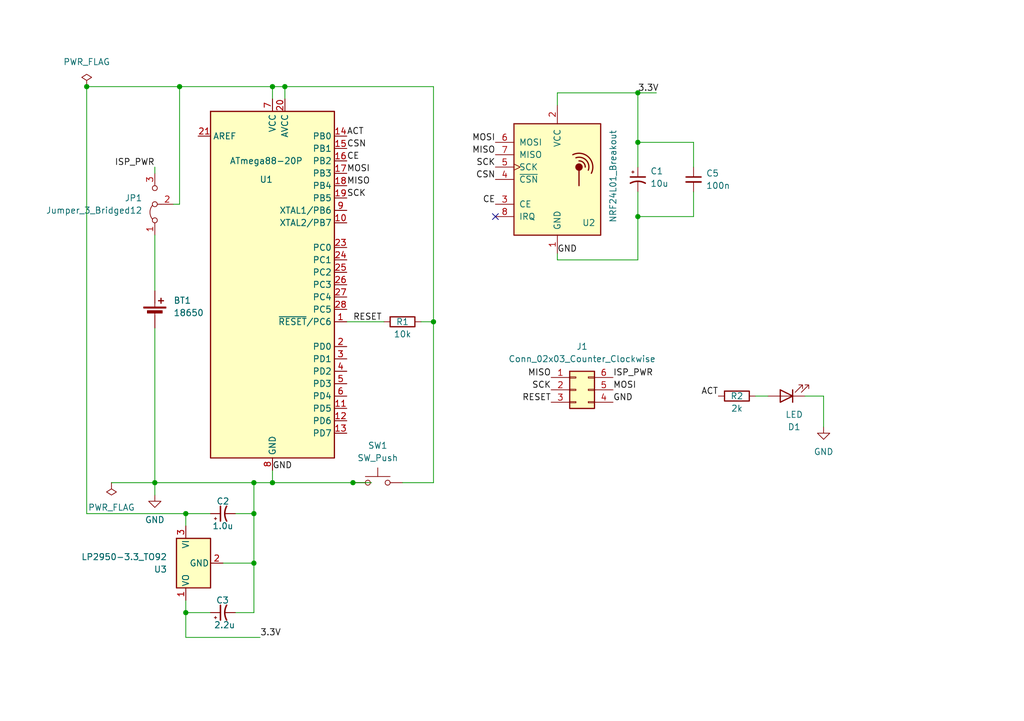
<source format=kicad_sch>
(kicad_sch (version 20230121) (generator eeschema)
  (paper "A5")
  (lib_symbols
    (symbol "Connector_Generic:Conn_02x03_Counter_Clockwise" (pin_names (offset 1.016) hide)
      (property "Reference" "J" (at 1.27 5.08 0))
      (property "Value" "Conn_02x03_Counter_Clockwise" (at 1.27 -5.08 0))
      (symbol "Conn_02x03_Counter_Clockwise_1_1"
        (rectangle (start -1.27 -2.413) (end 0 -2.667) (stroke (width 0.1524)))
        (rectangle (start -1.27 0.127) (end 0 -0.127) (stroke (width 0.1524)))
        (rectangle (start -1.27 2.667) (end 0 2.413) (stroke (width 0.1524)))
        (rectangle (start -1.27 3.81) (end 3.81 -3.81) (stroke (width 0.254)) (fill (type background)))
        (rectangle (start 3.81 -2.413) (end 2.54 -2.667) (stroke (width 0.1524)))
        (rectangle (start 3.81 0.127) (end 2.54 -0.127) (stroke (width 0.1524)))
        (rectangle (start 3.81 2.667) (end 2.54 2.413) (stroke (width 0.1524)))
        (pin passive line (at -5.08 2.54 0) (length 3.81) (name "Pin_1") (number "1"))
        (pin passive line (at -5.08 0 0) (length 3.81) (name "Pin_2") (number "2"))
        (pin passive line (at -5.08 -2.54 0) (length 3.81) (name "Pin_3") (number "3"))
        (pin passive line (at 7.62 -2.54 180) (length 3.81) (name "Pin_4") (number "4"))
        (pin passive line (at 7.62 0 180) (length 3.81) (name "Pin_5") (number "5"))
        (pin passive line (at 7.62 2.54 180) (length 3.81) (name "Pin_6") (number "6"))
      )
    )
    (symbol "Device:Battery_Cell" (pin_numbers hide) (pin_names (offset 0) hide)
      (property "Reference" "BT" (at 2.54 2.54 0))
      (property "Value" "Battery_Cell" (at 2.54 0 0))
      (symbol "Battery_Cell_0_1"
        (rectangle (start -2.286 1.778) (end 2.286 1.524) (fill (type outline)))
        (rectangle (start -1.524 1.016) (end 1.524 0.508) (fill (type outline)))
        (polyline (pts (xy 0 0.762) (xy 0 0)))
        (polyline (pts (xy 0 1.778) (xy 0 2.54)))
        (polyline (pts (xy 0.762 3.048) (xy 1.778 3.048)) (stroke (width 0.254)))
        (polyline (pts (xy 1.27 3.556) (xy 1.27 2.54)) (stroke (width 0.254)))
      )
      (symbol "Battery_Cell_1_1"
        (pin passive line (at 0 5.08 270) (length 2.54) (name "+") (number "1"))
        (pin passive line (at 0 -2.54 90) (length 2.54) (name "-") (number "2"))
      )
    )
    (symbol "Device:C_Polarized_Small_US" (pin_numbers hide) (pin_names (offset 0.254) hide)
      (property "Reference" "C" (at 0.254 1.778 0))
      (property "Value" "C_Polarized_Small_US" (at 0.254 -2.032 0))
      (symbol "C_Polarized_Small_US_0_1"
        (polyline (pts (xy -1.524 0.508) (xy 1.524 0.508)) (stroke (width 0.3048)))
        (polyline (pts (xy -1.27 1.524) (xy -0.762 1.524)))
        (polyline (pts (xy -1.016 1.27) (xy -1.016 1.778)))
        (arc (start 1.524 -0.762) (mid 0 -0.3734) (end -1.524 -0.762) (stroke (width 0.3048)))
      )
      (symbol "C_Polarized_Small_US_1_1"
        (pin passive line (at 0 2.54 270) (length 2.032) (name "~") (number "1"))
        (pin passive line (at 0 -2.54 90) (length 2.032) (name "~") (number "2"))
      )
    )
    (symbol "Device:C_Small" (pin_numbers hide) (pin_names (offset 0.254) hide)
      (property "Reference" "C" (at 0.254 1.778 0))
      (property "Value" "C_Small" (at 0.254 -2.032 0))
      (symbol "C_Small_0_1"
        (polyline (pts (xy -1.524 -0.508) (xy 1.524 -0.508)) (stroke (width 0.3302)))
        (polyline (pts (xy -1.524 0.508) (xy 1.524 0.508)) (stroke (width 0.3048)))
      )
      (symbol "C_Small_1_1"
        (pin passive line (at 0 2.54 270) (length 2.032) (name "~") (number "1"))
        (pin passive line (at 0 -2.54 90) (length 2.032) (name "~") (number "2"))
      )
    )
    (symbol "Device:LED" (pin_numbers hide) (pin_names (offset 1.016) hide)
      (property "Reference" "D" (at 0 2.54 0))
      (property "Value" "LED" (at 0 -2.54 0))
      (symbol "LED_0_1"
        (polyline (pts (xy -1.27 -1.27) (xy -1.27 1.27)) (stroke (width 0.254)))
        (polyline (pts (xy -1.27 0) (xy 1.27 0)))
        (polyline (pts (xy 1.27 -1.27) (xy 1.27 1.27) (xy -1.27 0) (xy 1.27 -1.27)) (stroke (width 0.254)))
        (polyline (pts (xy -3.048 -0.762) (xy -4.572 -2.286) (xy -3.81 -2.286) (xy -4.572 -2.286) (xy -4.572 -1.524)))
        (polyline (pts (xy -1.778 -0.762) (xy -3.302 -2.286) (xy -2.54 -2.286) (xy -3.302 -2.286) (xy -3.302 -1.524)))
      )
      (symbol "LED_1_1"
        (pin passive line (at -3.81 0 0) (length 2.54) (name "K") (number "1"))
        (pin passive line (at 3.81 0 180) (length 2.54) (name "A") (number "2"))
      )
    )
    (symbol "Device:R" (pin_numbers hide) (pin_names (offset 0))
      (property "Reference" "R" (at 2.032 0 90))
      (property "Value" "R" (at 0 0 90))
      (symbol "R_0_1"
        (rectangle (start -1.016 -2.54) (end 1.016 2.54) (stroke (width 0.254)))
      )
      (symbol "R_1_1"
        (pin passive line (at 0 3.81 270) (length 1.27) (name "~") (number "1"))
        (pin passive line (at 0 -3.81 90) (length 1.27) (name "~") (number "2"))
      )
    )
    (symbol "Jumper:Jumper_3_Bridged12" (pin_names (offset 0) hide)
      (property "Reference" "JP" (at -2.54 -2.54 0))
      (property "Value" "Jumper_3_Bridged12" (at 0 2.794 0))
      (symbol "Jumper_3_Bridged12_0_0"
        (circle (center -3.302 0) (radius 0.508))
        (circle (center 0 0) (radius 0.508))
        (circle (center 3.302 0) (radius 0.508))
      )
      (symbol "Jumper_3_Bridged12_0_1"
        (arc (start -0.254 0.508) (mid -1.651 0.9912) (end -3.048 0.508))
        (polyline (pts (xy 0 -1.27) (xy 0 -0.508)))
      )
      (symbol "Jumper_3_Bridged12_1_1"
        (pin passive line (at -6.35 0 0) (length 2.54) (name "A") (number "1"))
        (pin passive line (at 0 -3.81 90) (length 2.54) (name "C") (number "2"))
        (pin passive line (at 6.35 0 180) (length 2.54) (name "B") (number "3"))
      )
    )
    (symbol "MCU_Microchip_ATmega:ATmega88-20P"
      (property "Reference" "U" (at -12.7 36.83 0))
      (property "Value" "ATmega88-20P" (at 2.54 -36.83 0))
      (symbol "ATmega88-20P_0_1"
        (rectangle (start -12.7 -35.56) (end 12.7 35.56) (stroke (width 0.254)) (fill (type background)))
      )
      (symbol "ATmega88-20P_1_1"
        (pin bidirectional line (at 15.24 -7.62 180) (length 2.54) (name "~{RESET}/PC6") (number "1"))
        (pin bidirectional line (at 15.24 12.7 180) (length 2.54) (name "XTAL2/PB7") (number "10"))
        (pin bidirectional line (at 15.24 -25.4 180) (length 2.54) (name "PD5") (number "11"))
        (pin bidirectional line (at 15.24 -27.94 180) (length 2.54) (name "PD6") (number "12"))
        (pin bidirectional line (at 15.24 -30.48 180) (length 2.54) (name "PD7") (number "13"))
        (pin bidirectional line (at 15.24 30.48 180) (length 2.54) (name "PB0") (number "14"))
        (pin bidirectional line (at 15.24 27.94 180) (length 2.54) (name "PB1") (number "15"))
        (pin bidirectional line (at 15.24 25.4 180) (length 2.54) (name "PB2") (number "16"))
        (pin bidirectional line (at 15.24 22.86 180) (length 2.54) (name "PB3") (number "17"))
        (pin bidirectional line (at 15.24 20.32 180) (length 2.54) (name "PB4") (number "18"))
        (pin bidirectional line (at 15.24 17.78 180) (length 2.54) (name "PB5") (number "19"))
        (pin bidirectional line (at 15.24 -12.7 180) (length 2.54) (name "PD0") (number "2"))
        (pin power_in line (at 2.54 38.1 270) (length 2.54) (name "AVCC") (number "20"))
        (pin passive line (at -15.24 30.48 0) (length 2.54) (name "AREF") (number "21"))
        (pin passive line (at 0 -38.1 90) (length 2.54) hide (name "GND") (number "22"))
        (pin bidirectional line (at 15.24 7.62 180) (length 2.54) (name "PC0") (number "23"))
        (pin bidirectional line (at 15.24 5.08 180) (length 2.54) (name "PC1") (number "24"))
        (pin bidirectional line (at 15.24 2.54 180) (length 2.54) (name "PC2") (number "25"))
        (pin bidirectional line (at 15.24 0 180) (length 2.54) (name "PC3") (number "26"))
        (pin bidirectional line (at 15.24 -2.54 180) (length 2.54) (name "PC4") (number "27"))
        (pin bidirectional line (at 15.24 -5.08 180) (length 2.54) (name "PC5") (number "28"))
        (pin bidirectional line (at 15.24 -15.24 180) (length 2.54) (name "PD1") (number "3"))
        (pin bidirectional line (at 15.24 -17.78 180) (length 2.54) (name "PD2") (number "4"))
        (pin bidirectional line (at 15.24 -20.32 180) (length 2.54) (name "PD3") (number "5"))
        (pin bidirectional line (at 15.24 -22.86 180) (length 2.54) (name "PD4") (number "6"))
        (pin power_in line (at 0 38.1 270) (length 2.54) (name "VCC") (number "7"))
        (pin power_in line (at 0 -38.1 90) (length 2.54) (name "GND") (number "8"))
        (pin bidirectional line (at 15.24 15.24 180) (length 2.54) (name "XTAL1/PB6") (number "9"))
      )
    )
    (symbol "RF:NRF24L01_Breakout" (pin_names (offset 1.016))
      (property "Reference" "U" (at -8.89 12.7 0))
      (property "Value" "NRF24L01_Breakout" (at 3.81 12.7 0))
      (symbol "NRF24L01_Breakout_0_1"
        (rectangle (start -8.89 11.43) (end 8.89 -11.43) (stroke (width 0.254)) (fill (type background)))
        (polyline (pts (xy 4.445 1.905) (xy 4.445 -1.27)) (stroke (width 0.254)))
        (circle (center 4.445 2.54) (radius 0.635) (stroke (width 0.254)) (fill (type outline)))
        (arc (start 5.715 2.54) (mid 5.3521 3.4546) (end 4.445 3.81) (stroke (width 0.254)))
        (arc (start 6.35 1.905) (mid 5.8763 3.9854) (end 3.81 4.445) (stroke (width 0.254)))
        (arc (start 6.985 1.27) (mid 6.453 4.548) (end 3.175 5.08) (stroke (width 0.254)))
      )
      (symbol "NRF24L01_Breakout_1_1"
        (pin power_in line (at 0 -15.24 90) (length 3.81) (name "GND") (number "1"))
        (pin power_in line (at 0 15.24 270) (length 3.81) (name "VCC") (number "2"))
        (pin input line (at -12.7 -5.08 0) (length 3.81) (name "CE") (number "3"))
        (pin input line (at -12.7 0 0) (length 3.81) (name "~{CSN}") (number "4"))
        (pin input clock (at -12.7 2.54 0) (length 3.81) (name "SCK") (number "5"))
        (pin input line (at -12.7 7.62 0) (length 3.81) (name "MOSI") (number "6"))
        (pin output line (at -12.7 5.08 0) (length 3.81) (name "MISO") (number "7"))
        (pin output line (at -12.7 -7.62 0) (length 3.81) (name "IRQ") (number "8"))
      )
    )
    (symbol "Regulator_Linear:LP2950-3.3_TO92" (pin_names (offset 0.254))
      (property "Reference" "U" (at -3.81 3.175 0))
      (property "Value" "LP2950-3.3_TO92" (at 0 3.175 0))
      (symbol "LP2950-3.3_TO92_0_1"
        (rectangle (start -5.08 -5.08) (end 5.08 1.905) (stroke (width 0.254)) (fill (type background)))
      )
      (symbol "LP2950-3.3_TO92_1_1"
        (pin power_out line (at 7.62 0 180) (length 2.54) (name "VO") (number "1"))
        (pin power_in line (at 0 -7.62 90) (length 2.54) (name "GND") (number "2"))
        (pin power_in line (at -7.62 0 0) (length 2.54) (name "VI") (number "3"))
      )
    )
    (symbol "Switch:SW_Push" (pin_numbers hide) (pin_names (offset 1.016) hide)
      (property "Reference" "SW" (at 1.27 2.54 0))
      (property "Value" "SW_Push" (at 0 -1.524 0))
      (symbol "SW_Push_0_1"
        (circle (center -2.032 0) (radius 0.508))
        (polyline (pts (xy 0 1.27) (xy 0 3.048)))
        (polyline (pts (xy 2.54 1.27) (xy -2.54 1.27)))
        (circle (center 2.032 0) (radius 0.508))
        (pin passive line (at -5.08 0 0) (length 2.54) (name "1") (number "1"))
        (pin passive line (at 5.08 0 180) (length 2.54) (name "2") (number "2"))
      )
    )
    (symbol "power:GND" (power) (pin_names (offset 0))
      (property "Value" "GND" (at 0 -3.81 0))
      (symbol "GND_0_1"
        (polyline (pts (xy 0 0) (xy 0 -1.27) (xy 1.27 -1.27) (xy 0 -2.54) (xy -1.27 -1.27) (xy 0 -1.27)))
      )
      (symbol "GND_1_1"
        (pin power_in line (at 0 0 270) (length 0) hide (name "GND") (number "1"))
      )
    )
    (symbol "power:PWR_FLAG" (power) (pin_numbers hide) (pin_names (offset 0) hide)
      (property "Value" "PWR_FLAG" (at 0 3.81 0))
      (symbol "PWR_FLAG_0_0"
        (pin power_out line (at 0 0 90) (length 0) (name "pwr") (number "1"))
      )
      (symbol "PWR_FLAG_0_1"
        (polyline (pts (xy 0 0) (xy 0 1.27) (xy -1.016 1.905) (xy 0 2.54) (xy 1.016 1.905) (xy 0 1.27)))
      )
    )
  )
  (junction (at 36.83 17.78))
  (junction (at 130.81 44.45))
  (junction (at 55.88 99.06))
  (junction (at 38.1 125.73))
  (junction (at 52.07 115.57))
  (junction (at 38.1 105.41))
  (junction (at 52.07 99.06))
  (junction (at 31.75 99.06))
  (junction (at 58.42 17.78))
  (junction (at 52.07 105.41))
  (junction (at 88.9 66.04))
  (junction (at 72.39 99.06))
  (junction (at 130.81 29.21))
  (junction (at 17.78 17.78))
  (junction (at 55.88 17.78))
  (junction (at 130.81 19.05))
  (no_connect (at 101.6 44.45))
  (wire (pts (xy 17.78 17.78) (xy 36.83 17.78)))
  (wire (pts (xy 38.1 130.81) (xy 53.34 130.81)))
  (wire (pts (xy 38.1 107.95) (xy 38.1 105.41)))
  (wire (pts (xy 52.07 115.57) (xy 52.07 105.41)))
  (wire (pts (xy 130.81 44.45) (xy 130.81 53.34)))
  (wire (pts (xy 31.75 48.26) (xy 31.75 59.69)))
  (wire (pts (xy 48.26 125.73) (xy 52.07 125.73)))
  (wire (pts (xy 17.78 105.41) (xy 38.1 105.41)))
  (wire (pts (xy 38.1 105.41) (xy 43.18 105.41)))
  (wire (pts (xy 17.78 105.41) (xy 17.78 17.78)))
  (wire (pts (xy 38.1 125.73) (xy 43.18 125.73)))
  (wire (pts (xy 31.75 99.06) (xy 31.75 101.6)))
  (wire (pts (xy 78.74 66.04) (xy 71.12 66.04)))
  (wire (pts (xy 72.39 99.06) (xy 55.88 99.06)))
  (wire (pts (xy 55.88 99.06) (xy 55.88 96.52)))
  (wire (pts (xy 130.81 29.21) (xy 130.81 34.29)))
  (wire (pts (xy 38.1 125.73) (xy 38.1 130.81)))
  (wire (pts (xy 88.9 66.04) (xy 88.9 99.06)))
  (wire (pts (xy 142.24 44.45) (xy 142.24 39.37)))
  (wire (pts (xy 48.26 105.41) (xy 52.07 105.41)))
  (wire (pts (xy 31.75 99.06) (xy 52.07 99.06)))
  (wire (pts (xy 130.81 53.34) (xy 114.3 53.34)))
  (wire (pts (xy 45.72 115.57) (xy 52.07 115.57)))
  (wire (pts (xy 31.75 67.31) (xy 31.75 99.06)))
  (wire (pts (xy 58.42 17.78) (xy 88.9 17.78)))
  (wire (pts (xy 55.88 17.78) (xy 55.88 20.32)))
  (wire (pts (xy 130.81 19.05) (xy 134.62 19.05)))
  (wire (pts (xy 114.3 19.05) (xy 130.81 19.05)))
  (wire (pts (xy 88.9 99.06) (xy 82.55 99.06)))
  (wire (pts (xy 165.1 81.28) (xy 168.91 81.28)))
  (wire (pts (xy 58.42 17.78) (xy 58.42 20.32)))
  (wire (pts (xy 36.83 17.78) (xy 36.83 41.91)))
  (wire (pts (xy 88.9 66.04) (xy 86.36 66.04)))
  (wire (pts (xy 142.24 34.29) (xy 142.24 29.21)))
  (wire (pts (xy 31.75 34.29) (xy 31.75 35.56)))
  (wire (pts (xy 88.9 17.78) (xy 88.9 66.04)))
  (wire (pts (xy 114.3 53.34) (xy 114.3 52.07)))
  (wire (pts (xy 52.07 99.06) (xy 55.88 99.06)))
  (wire (pts (xy 168.91 81.28) (xy 168.91 87.63)))
  (wire (pts (xy 22.86 99.06) (xy 31.75 99.06)))
  (wire (pts (xy 52.07 125.73) (xy 52.07 115.57)))
  (wire (pts (xy 114.3 21.59) (xy 114.3 19.05)))
  (wire (pts (xy 72.39 99.06) (xy 76.2 99.06)))
  (wire (pts (xy 154.94 81.28) (xy 157.48 81.28)))
  (wire (pts (xy 142.24 29.21) (xy 130.81 29.21)))
  (wire (pts (xy 130.81 44.45) (xy 142.24 44.45)))
  (wire (pts (xy 130.81 39.37) (xy 130.81 44.45)))
  (wire (pts (xy 130.81 19.05) (xy 130.81 29.21)))
  (wire (pts (xy 38.1 123.19) (xy 38.1 125.73)))
  (wire (pts (xy 35.56 41.91) (xy 36.83 41.91)))
  (wire (pts (xy 36.83 17.78) (xy 55.88 17.78)))
  (wire (pts (xy 58.42 17.78) (xy 55.88 17.78)))
  (wire (pts (xy 52.07 105.41) (xy 52.07 99.06)))
  (label "MOSI" (at 125.73 80.01 0))
  (label "3.3V" (at 53.34 130.81 0))
  (label "GND" (at 114.3 52.07 0))
  (label "GND" (at 125.73 82.55 0))
  (label "ACT" (at 71.12 27.94 0))
  (label "3.3V" (at 130.81 19.05 0))
  (label "ISP_PWR" (at 31.75 34.29 180))
  (label "MISO" (at 113.03 77.47 180))
  (label "MOSI" (at 101.6 29.21 180))
  (label "GND" (at 55.88 96.52 0))
  (label "ACT" (at 147.32 81.28 180))
  (label "CSN" (at 101.6 36.83 180))
  (label "SCK" (at 101.6 34.29 180))
  (label "SCK" (at 113.03 80.01 180))
  (label "MISO" (at 101.6 31.75 180))
  (label "ISP_PWR" (at 125.73 77.47 0))
  (label "RESET" (at 113.03 82.55 180))
  (label "CE" (at 71.12 33.02 0))
  (label "MOSI" (at 71.12 35.56 0))
  (label "RESET" (at 72.39 66.04 0))
  (label "CE" (at 101.6 41.91 180))
  (label "MISO" (at 71.12 38.1 0))
  (label "CSN" (at 71.12 30.48 0))
  (label "SCK" (at 71.12 40.64 0))
  (symbol (lib_id "Device:C_Small") (at 142.24 36.83 0) (unit 1)
    (property "Reference" "C5" (at 144.78 35.5663 0) (effects (justify left)))
    (property "Value" "100n" (at 144.78 38.1063 0) (effects (justify left)))
    (property "Footprint" "Capacitor_THT:C_Disc_D5.0mm_W2.5mm_P5.00mm" (effects hide))
  )
  (symbol (lib_id "RF:NRF24L01_Breakout") (at 114.3 36.83 0) (unit 1)
    (property "Reference" "U2" (at 119.38 45.72 0) (effects (justify left)))
    (property "Value" "NRF24L01_Breakout" (at 125.73 45.72 90) (effects (justify left)))
    (property "Footprint" "RF_Module:nRF24L01_Breakout" (effects hide))
    (property "Datasheet" "http://www.nordicsemi.com/eng/content/download/2730/34105/file/nRF24L01_Product_Specification_v2_0.pdf" (effects hide))
  )
  (symbol (lib_id "MCU_Microchip_ATmega:ATmega88-20P") (at 55.88 58.42 0) (unit 1)
    (property "Reference" "U1" (at 54.61 36.83 0))
    (property "Value" "ATmega88-20P" (at 54.61 33.02 0))
    (property "Footprint" "Package_DIP:DIP-28_W7.62mm" (effects hide))
    (property "Datasheet" "http://ww1.microchip.com/downloads/en/DeviceDoc/Atmel-2545-8-bit-AVR-Microcontroller-ATmega48-88-168_Datasheet.pdf" (effects hide))
  )
  (symbol (lib_id "Device:C_Polarized_Small_US") (at 45.72 125.73 90) (unit 1)
    (property "Reference" "C3" (at 46.99 123.19 90) (effects (justify left)))
    (property "Value" "2.2u" (at 48.26 128.27 90) (effects (justify left)))
    (property "Footprint" "Capacitor_THT:CP_Radial_D6.3mm_P2.50mm" (effects hide))
  )
  (symbol (lib_id "Switch:SW_Push") (at 77.47 99.06 0) (unit 1)
    (property "Reference" "SW1" (at 77.47 91.44 0))
    (property "Value" "SW_Push" (at 77.47 93.98 0))
    (property "Footprint" "Button_Switch_THT:SW_PUSH_6mm" (effects hide))
  )
  (symbol (lib_id "Device:C_Polarized_Small_US") (at 130.81 36.83 0) (unit 1)
    (property "Reference" "C1" (at 133.35 35.1282 0) (effects (justify left)))
    (property "Value" "10u" (at 133.35 37.6682 0) (effects (justify left)))
    (property "Footprint" "Capacitor_THT:CP_Radial_D6.3mm_P2.50mm" (effects hide))
  )
  (symbol (lib_id "Connector_Generic:Conn_02x03_Counter_Clockwise") (at 118.11 80.01 0) (unit 1)
    (property "Reference" "J1" (at 119.38 71.12 0))
    (property "Value" "Conn_02x03_Counter_Clockwise" (at 119.38 73.66 0))
    (property "Footprint" "Connector_PinHeader_2.54mm:PinHeader_2x03_P2.54mm_Vertical" (effects hide))
  )
  (symbol (lib_id "Device:R") (at 82.55 66.04 90) (unit 1)
    (property "Reference" "R1" (at 82.55 66.04 90))
    (property "Value" "10k" (at 82.55 68.58 90))
    (property "Footprint" "Resistor_THT:R_Axial_DIN0309_L9.0mm_D3.2mm_P12.70mm_Horizontal" (effects hide))
  )
  (symbol (lib_id "power:GND") (at 31.75 101.6 0) (unit 1)
    (property "Reference" "#PWR02" (effects hide))
    (property "Value" "GND" (at 31.75 106.68 0))
  )
  (symbol (lib_id "Device:R") (at 151.13 81.28 90) (unit 1)
    (property "Reference" "R2" (at 151.13 81.28 90))
    (property "Value" "2k" (at 151.13 83.82 90))
    (property "Footprint" "Resistor_THT:R_Axial_DIN0309_L9.0mm_D3.2mm_P12.70mm_Horizontal" (effects hide))
  )
  (symbol (lib_id "Device:Battery_Cell") (at 31.75 64.77 0) (unit 1)
    (property "Reference" "BT1" (at 35.56 61.6585 0) (effects (justify left)))
    (property "Value" "18650" (at 35.56 64.1985 0) (effects (justify left)))
  )
  (symbol (lib_id "power:PWR_FLAG") (at 22.86 99.06 180) (unit 1)
    (property "Reference" "#FLG01" (effects hide))
    (property "Value" "PWR_FLAG" (at 22.86 104.14 0))
  )
  (symbol (lib_id "power:GND") (at 168.91 87.63 0) (unit 1)
    (property "Reference" "#PWR01" (effects hide))
    (property "Value" "GND" (at 168.91 92.71 0))
  )
  (symbol (lib_id "power:PWR_FLAG") (at 17.78 17.78 0) (unit 1)
    (property "Reference" "#FLG02" (effects hide))
    (property "Value" "PWR_FLAG" (at 17.78 12.7 0))
  )
  (symbol (lib_id "Jumper:Jumper_3_Bridged12") (at 31.75 41.91 90) (unit 1)
    (property "Reference" "JP1" (at 29.21 40.64 90) (effects (justify left)))
    (property "Value" "Jumper_3_Bridged12" (at 29.21 43.18 90) (effects (justify left)))
    (property "Footprint" "Connector_PinHeader_2.54mm:PinHeader_1x03_P2.54mm_Vertical" (effects hide))
  )
  (symbol (lib_id "Device:C_Polarized_Small_US") (at 45.72 105.41 90) (unit 1)
    (property "Reference" "C2" (at 45.72 102.87 90))
    (property "Value" "1.0u" (at 45.72 107.95 90))
    (property "Footprint" "Capacitor_THT:CP_Radial_D6.3mm_P2.50mm" (effects hide))
  )
  (symbol (lib_id "Device:LED") (at 161.29 81.28 180) (unit 1)
    (property "Reference" "D1" (at 162.8775 87.63 0))
    (property "Value" "LED" (at 162.8775 85.09 0))
    (property "Footprint" "LED_THT:LED_D3.0mm_FlatTop" (effects hide))
  )
  (symbol (lib_id "Regulator_Linear:LP2950-3.3_TO92") (at 38.1 115.57 90) (mirror x) (unit 1)
    (property "Reference" "U3" (at 34.29 116.84 90) (effects (justify left)))
    (property "Value" "LP2950-3.3_TO92" (at 34.29 114.3 90) (effects (justify left)))
    (property "Footprint" "Package_TO_SOT_THT:TO-92_Inline" (effects hide))
    (property "Datasheet" "http://www.ti.com/lit/ds/symlink/lp2950.pdf" (effects hide))
  )
)
</source>
